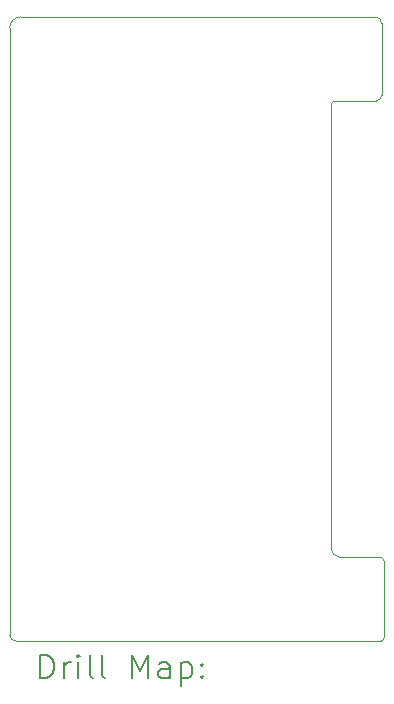
<source format=gbr>
%TF.GenerationSoftware,KiCad,Pcbnew,9.0.6*%
%TF.CreationDate,2025-12-27T14:43:41+05:30*%
%TF.ProjectId,PCB NEW FOR breD BOARD SUPPLY,50434220-4e45-4572-9046-4f5220627265,rev?*%
%TF.SameCoordinates,Original*%
%TF.FileFunction,Drillmap*%
%TF.FilePolarity,Positive*%
%FSLAX45Y45*%
G04 Gerber Fmt 4.5, Leading zero omitted, Abs format (unit mm)*
G04 Created by KiCad (PCBNEW 9.0.6) date 2025-12-27 14:43:41*
%MOMM*%
%LPD*%
G01*
G04 APERTURE LIST*
%ADD10C,0.050000*%
%ADD11C,0.200000*%
G04 APERTURE END LIST*
D10*
X15870000Y-9802500D02*
G75*
G02*
X15802500Y-9735000I0J67500D01*
G01*
X16230000Y-5895000D02*
X16230600Y-5285000D01*
X16230000Y-5895000D02*
G75*
G02*
X16182500Y-5942500I-47500J0D01*
G01*
X13081000Y-5325000D02*
X13082500Y-10465000D01*
X15842500Y-5942500D02*
X16182500Y-5942500D01*
X16215000Y-9805000D02*
G75*
G02*
X16252500Y-9842500I0J-37500D01*
G01*
X13132500Y-10515600D02*
X16222500Y-10515000D01*
X16215000Y-9805000D02*
X15870000Y-9802500D01*
X15802500Y-9735000D02*
X15800000Y-5985000D01*
X13081000Y-5325000D02*
G75*
G02*
X13175000Y-5231000I94000J0D01*
G01*
X13132500Y-10515600D02*
G75*
G02*
X13082500Y-10465600I0J50000D01*
G01*
X16252500Y-10485000D02*
G75*
G02*
X16222500Y-10515000I-30000J0D01*
G01*
X15800000Y-5985000D02*
G75*
G02*
X15842500Y-5942500I42500J0D01*
G01*
X16177500Y-5232500D02*
X13175000Y-5231000D01*
X16252500Y-10485000D02*
X16252500Y-9842500D01*
X16177500Y-5232500D02*
G75*
G02*
X16230000Y-5285000I0J-52500D01*
G01*
D11*
X13339277Y-10829584D02*
X13339277Y-10629584D01*
X13339277Y-10629584D02*
X13386896Y-10629584D01*
X13386896Y-10629584D02*
X13415467Y-10639108D01*
X13415467Y-10639108D02*
X13434515Y-10658155D01*
X13434515Y-10658155D02*
X13444039Y-10677203D01*
X13444039Y-10677203D02*
X13453562Y-10715298D01*
X13453562Y-10715298D02*
X13453562Y-10743870D01*
X13453562Y-10743870D02*
X13444039Y-10781965D01*
X13444039Y-10781965D02*
X13434515Y-10801012D01*
X13434515Y-10801012D02*
X13415467Y-10820060D01*
X13415467Y-10820060D02*
X13386896Y-10829584D01*
X13386896Y-10829584D02*
X13339277Y-10829584D01*
X13539277Y-10829584D02*
X13539277Y-10696250D01*
X13539277Y-10734346D02*
X13548801Y-10715298D01*
X13548801Y-10715298D02*
X13558324Y-10705774D01*
X13558324Y-10705774D02*
X13577372Y-10696250D01*
X13577372Y-10696250D02*
X13596420Y-10696250D01*
X13663086Y-10829584D02*
X13663086Y-10696250D01*
X13663086Y-10629584D02*
X13653562Y-10639108D01*
X13653562Y-10639108D02*
X13663086Y-10648631D01*
X13663086Y-10648631D02*
X13672610Y-10639108D01*
X13672610Y-10639108D02*
X13663086Y-10629584D01*
X13663086Y-10629584D02*
X13663086Y-10648631D01*
X13786896Y-10829584D02*
X13767848Y-10820060D01*
X13767848Y-10820060D02*
X13758324Y-10801012D01*
X13758324Y-10801012D02*
X13758324Y-10629584D01*
X13891658Y-10829584D02*
X13872610Y-10820060D01*
X13872610Y-10820060D02*
X13863086Y-10801012D01*
X13863086Y-10801012D02*
X13863086Y-10629584D01*
X14120229Y-10829584D02*
X14120229Y-10629584D01*
X14120229Y-10629584D02*
X14186896Y-10772441D01*
X14186896Y-10772441D02*
X14253562Y-10629584D01*
X14253562Y-10629584D02*
X14253562Y-10829584D01*
X14434515Y-10829584D02*
X14434515Y-10724822D01*
X14434515Y-10724822D02*
X14424991Y-10705774D01*
X14424991Y-10705774D02*
X14405943Y-10696250D01*
X14405943Y-10696250D02*
X14367848Y-10696250D01*
X14367848Y-10696250D02*
X14348801Y-10705774D01*
X14434515Y-10820060D02*
X14415467Y-10829584D01*
X14415467Y-10829584D02*
X14367848Y-10829584D01*
X14367848Y-10829584D02*
X14348801Y-10820060D01*
X14348801Y-10820060D02*
X14339277Y-10801012D01*
X14339277Y-10801012D02*
X14339277Y-10781965D01*
X14339277Y-10781965D02*
X14348801Y-10762917D01*
X14348801Y-10762917D02*
X14367848Y-10753393D01*
X14367848Y-10753393D02*
X14415467Y-10753393D01*
X14415467Y-10753393D02*
X14434515Y-10743870D01*
X14529753Y-10696250D02*
X14529753Y-10896250D01*
X14529753Y-10705774D02*
X14548801Y-10696250D01*
X14548801Y-10696250D02*
X14586896Y-10696250D01*
X14586896Y-10696250D02*
X14605943Y-10705774D01*
X14605943Y-10705774D02*
X14615467Y-10715298D01*
X14615467Y-10715298D02*
X14624991Y-10734346D01*
X14624991Y-10734346D02*
X14624991Y-10791489D01*
X14624991Y-10791489D02*
X14615467Y-10810536D01*
X14615467Y-10810536D02*
X14605943Y-10820060D01*
X14605943Y-10820060D02*
X14586896Y-10829584D01*
X14586896Y-10829584D02*
X14548801Y-10829584D01*
X14548801Y-10829584D02*
X14529753Y-10820060D01*
X14710705Y-10810536D02*
X14720229Y-10820060D01*
X14720229Y-10820060D02*
X14710705Y-10829584D01*
X14710705Y-10829584D02*
X14701182Y-10820060D01*
X14701182Y-10820060D02*
X14710705Y-10810536D01*
X14710705Y-10810536D02*
X14710705Y-10829584D01*
X14710705Y-10705774D02*
X14720229Y-10715298D01*
X14720229Y-10715298D02*
X14710705Y-10724822D01*
X14710705Y-10724822D02*
X14701182Y-10715298D01*
X14701182Y-10715298D02*
X14710705Y-10705774D01*
X14710705Y-10705774D02*
X14710705Y-10724822D01*
M02*

</source>
